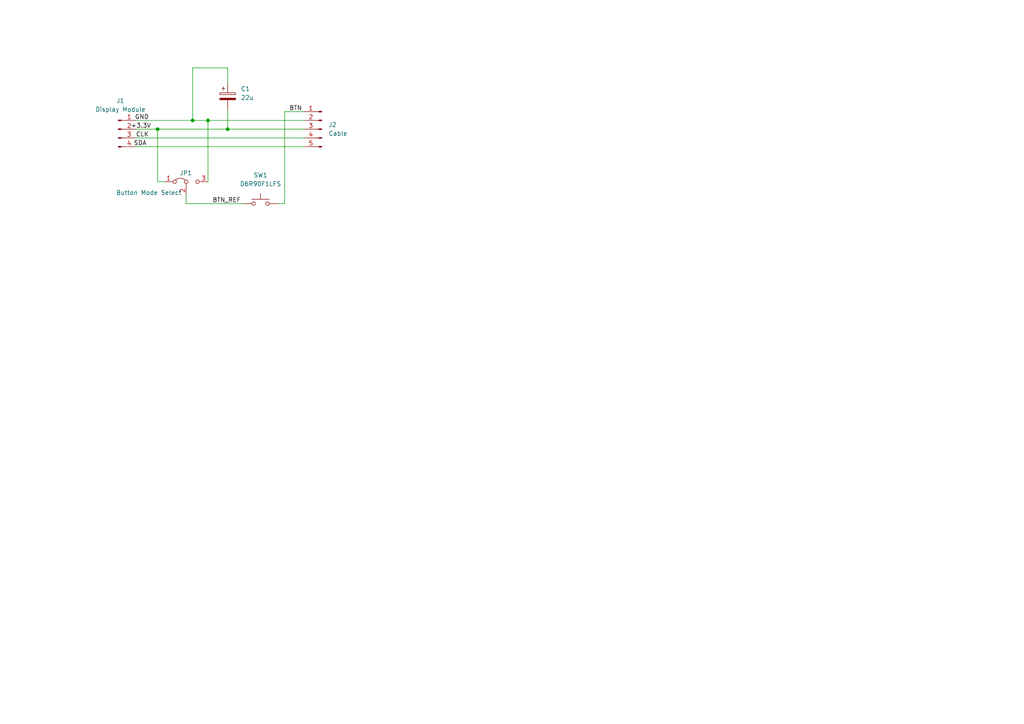
<source format=kicad_sch>
(kicad_sch (version 20211123) (generator eeschema)
  (paper "A4")
  (lib_symbols
    (symbol "Connector:Conn_01x04_Male" (pin_names (offset 1.016) hide)
      (property "Reference" "J" (at 0 5.08 0))
      (property "Value" "Conn_01x04_Male" (at 0 -7.62 0))
      (symbol "Conn_01x04_Male_1_1"
        (polyline (pts (xy 1.27 -5.08) (xy 0.8636 -5.08)) (stroke (width 0.1524)))
        (polyline (pts (xy 1.27 -2.54) (xy 0.8636 -2.54)) (stroke (width 0.1524)))
        (polyline (pts (xy 1.27 0) (xy 0.8636 0)) (stroke (width 0.1524)))
        (polyline (pts (xy 1.27 2.54) (xy 0.8636 2.54)) (stroke (width 0.1524)))
        (rectangle (start 0.8636 -4.953) (end 0 -5.207) (stroke (width 0.1524)) (fill (type outline)))
        (rectangle (start 0.8636 -2.413) (end 0 -2.667) (stroke (width 0.1524)) (fill (type outline)))
        (rectangle (start 0.8636 0.127) (end 0 -0.127) (stroke (width 0.1524)) (fill (type outline)))
        (rectangle (start 0.8636 2.667) (end 0 2.413) (stroke (width 0.1524)) (fill (type outline)))
        (pin passive line (at 5.08 2.54 180) (length 3.81) (name "Pin_1") (number "1"))
        (pin passive line (at 5.08 0 180) (length 3.81) (name "Pin_2") (number "2"))
        (pin passive line (at 5.08 -2.54 180) (length 3.81) (name "Pin_3") (number "3"))
        (pin passive line (at 5.08 -5.08 180) (length 3.81) (name "Pin_4") (number "4"))
      )
    )
    (symbol "Connector:Conn_01x05_Male" (pin_names (offset 1.016) hide)
      (property "Reference" "J" (at 0 7.62 0))
      (property "Value" "Conn_01x05_Male" (at 0 -7.62 0))
      (symbol "Conn_01x05_Male_1_1"
        (polyline (pts (xy 1.27 -5.08) (xy 0.8636 -5.08)) (stroke (width 0.1524)))
        (polyline (pts (xy 1.27 -2.54) (xy 0.8636 -2.54)) (stroke (width 0.1524)))
        (polyline (pts (xy 1.27 0) (xy 0.8636 0)) (stroke (width 0.1524)))
        (polyline (pts (xy 1.27 2.54) (xy 0.8636 2.54)) (stroke (width 0.1524)))
        (polyline (pts (xy 1.27 5.08) (xy 0.8636 5.08)) (stroke (width 0.1524)))
        (rectangle (start 0.8636 -4.953) (end 0 -5.207) (stroke (width 0.1524)) (fill (type outline)))
        (rectangle (start 0.8636 -2.413) (end 0 -2.667) (stroke (width 0.1524)) (fill (type outline)))
        (rectangle (start 0.8636 0.127) (end 0 -0.127) (stroke (width 0.1524)) (fill (type outline)))
        (rectangle (start 0.8636 2.667) (end 0 2.413) (stroke (width 0.1524)) (fill (type outline)))
        (rectangle (start 0.8636 5.207) (end 0 4.953) (stroke (width 0.1524)) (fill (type outline)))
        (pin passive line (at 5.08 5.08 180) (length 3.81) (name "Pin_1") (number "1"))
        (pin passive line (at 5.08 2.54 180) (length 3.81) (name "Pin_2") (number "2"))
        (pin passive line (at 5.08 0 180) (length 3.81) (name "Pin_3") (number "3"))
        (pin passive line (at 5.08 -2.54 180) (length 3.81) (name "Pin_4") (number "4"))
        (pin passive line (at 5.08 -5.08 180) (length 3.81) (name "Pin_5") (number "5"))
      )
    )
    (symbol "Device:C_Polarized" (pin_numbers hide) (pin_names (offset 0.254))
      (property "Reference" "C" (at 0.635 2.54 0))
      (property "Value" "C_Polarized" (at 0.635 -2.54 0))
      (symbol "C_Polarized_0_1"
        (rectangle (start -2.286 0.508) (end 2.286 1.016))
        (polyline (pts (xy -1.778 2.286) (xy -0.762 2.286)))
        (polyline (pts (xy -1.27 2.794) (xy -1.27 1.778)))
        (rectangle (start 2.286 -0.508) (end -2.286 -1.016) (fill (type outline)))
      )
      (symbol "C_Polarized_1_1"
        (pin passive line (at 0 3.81 270) (length 2.794) (name "~") (number "1"))
        (pin passive line (at 0 -3.81 90) (length 2.794) (name "~") (number "2"))
      )
    )
    (symbol "Jumper:Jumper_3_Bridged12" (pin_names (offset 0) hide)
      (property "Reference" "JP" (at -2.54 -2.54 0))
      (property "Value" "Jumper_3_Bridged12" (at 0 2.794 0))
      (symbol "Jumper_3_Bridged12_0_0"
        (circle (center -3.302 0) (radius 0.508))
        (circle (center 0 0) (radius 0.508))
        (circle (center 3.302 0) (radius 0.508))
      )
      (symbol "Jumper_3_Bridged12_0_1"
        (arc (start -0.254 0.508) (mid -1.651 0.9912) (end -3.048 0.508))
        (polyline (pts (xy 0 -1.27) (xy 0 -0.508)))
      )
      (symbol "Jumper_3_Bridged12_1_1"
        (pin passive line (at -6.35 0 0) (length 2.54) (name "A") (number "1"))
        (pin passive line (at 0 -3.81 90) (length 2.54) (name "C") (number "2"))
        (pin passive line (at 6.35 0 180) (length 2.54) (name "B") (number "3"))
      )
    )
    (symbol "Switch:SW_Push" (pin_numbers hide) (pin_names (offset 1.016) hide)
      (property "Reference" "SW" (at 1.27 2.54 0))
      (property "Value" "SW_Push" (at 0 -1.524 0))
      (symbol "SW_Push_0_1"
        (circle (center -2.032 0) (radius 0.508))
        (polyline (pts (xy 0 1.27) (xy 0 3.048)))
        (polyline (pts (xy 2.54 1.27) (xy -2.54 1.27)))
        (circle (center 2.032 0) (radius 0.508))
        (pin passive line (at -5.08 0 0) (length 2.54) (name "1") (number "1"))
        (pin passive line (at 5.08 0 180) (length 2.54) (name "2") (number "2"))
      )
    )
  )
  (junction (at 66.04 37.465))
  (junction (at 45.72 37.465))
  (junction (at 55.88 34.925))
  (junction (at 60.325 34.925))
  (wire (pts (xy 66.04 37.465) (xy 88.265 37.465)))
  (wire (pts (xy 82.55 59.055) (xy 80.645 59.055)))
  (wire (pts (xy 39.37 34.925) (xy 55.88 34.925)))
  (wire (pts (xy 45.72 37.465) (xy 45.72 52.705)))
  (wire (pts (xy 45.72 37.465) (xy 66.04 37.465)))
  (wire (pts (xy 39.37 40.005) (xy 88.265 40.005)))
  (wire (pts (xy 82.55 32.385) (xy 88.265 32.385)))
  (wire (pts (xy 66.04 19.685) (xy 66.04 24.13)))
  (wire (pts (xy 39.37 37.465) (xy 45.72 37.465)))
  (wire (pts (xy 55.88 19.685) (xy 55.88 34.925)))
  (wire (pts (xy 39.37 42.545) (xy 88.265 42.545)))
  (wire (pts (xy 82.55 59.055) (xy 82.55 32.385)))
  (wire (pts (xy 55.88 34.925) (xy 60.325 34.925)))
  (wire (pts (xy 66.04 31.75) (xy 66.04 37.465)))
  (wire (pts (xy 53.975 59.055) (xy 70.485 59.055)))
  (wire (pts (xy 60.325 34.925) (xy 60.325 52.705)))
  (wire (pts (xy 60.325 34.925) (xy 88.265 34.925)))
  (wire (pts (xy 53.975 56.515) (xy 53.975 59.055)))
  (wire (pts (xy 47.625 52.705) (xy 45.72 52.705)))
  (wire (pts (xy 66.04 19.685) (xy 55.88 19.685)))
  (label "GND" (at 43.18 34.925 180))
  (label "+3.3V" (at 43.815 37.465 180))
  (label "BTN" (at 87.63 32.385 180))
  (label "BTN_REF" (at 61.595 59.055 0))
  (label "CLK" (at 43.18 40.005 180))
  (label "SDA" (at 42.545 42.545 180))
  (symbol (lib_id "Connector:Conn_01x05_Male") (at 93.345 37.465 0) (mirror y) (unit 1)
    (property "Reference" "J2" (at 95.25 36.1949 0) (effects (justify right)))
    (property "Value" "Cable" (at 95.25 38.7349 0) (effects (justify right)))
    (property "Footprint" "Connector_PinSocket_2.54mm:PinSocket_1x05_P2.54mm_Vertical" (effects hide))
  )
  (symbol (lib_id "Device:C_Polarized") (at 66.04 27.94 0) (unit 1)
    (property "Reference" "C1" (at 69.85 25.7809 0) (effects (justify left)))
    (property "Value" "22u" (at 69.85 28.3209 0) (effects (justify left)))
    (property "Footprint" "Capacitor_SMD:C_0805_2012Metric" (effects hide))
  )
  (symbol (lib_id "Jumper:Jumper_3_Bridged12") (at 53.975 52.705 0) (unit 1)
    (property "Reference" "JP1" (at 52.07 50.165 0) (effects (justify left)))
    (property "Value" "Button Mode Select" (at 33.655 55.88 0) (effects (justify left)))
    (property "Footprint" "Jumper:SolderJumper-3_P1.3mm_Bridged12_Pad1.0x1.5mm" (effects hide))
  )
  (symbol (lib_id "Switch:SW_Push") (at 75.565 59.055 0) (unit 1)
    (property "Reference" "SW1" (at 75.565 50.8 0))
    (property "Value" "D6R90F1LFS" (at 75.565 53.34 0))
  )
  (symbol (lib_id "Connector:Conn_01x04_Male") (at 34.29 37.465 0) (unit 1)
    (property "Reference" "J1" (at 34.925 29.21 0))
    (property "Value" "Display Module" (at 34.925 31.75 0))
    (property "Footprint" "Connector_PinSocket_2.54mm:PinSocket_1x04_P2.54mm_Vertical" (effects hide))
  )
)
</source>
